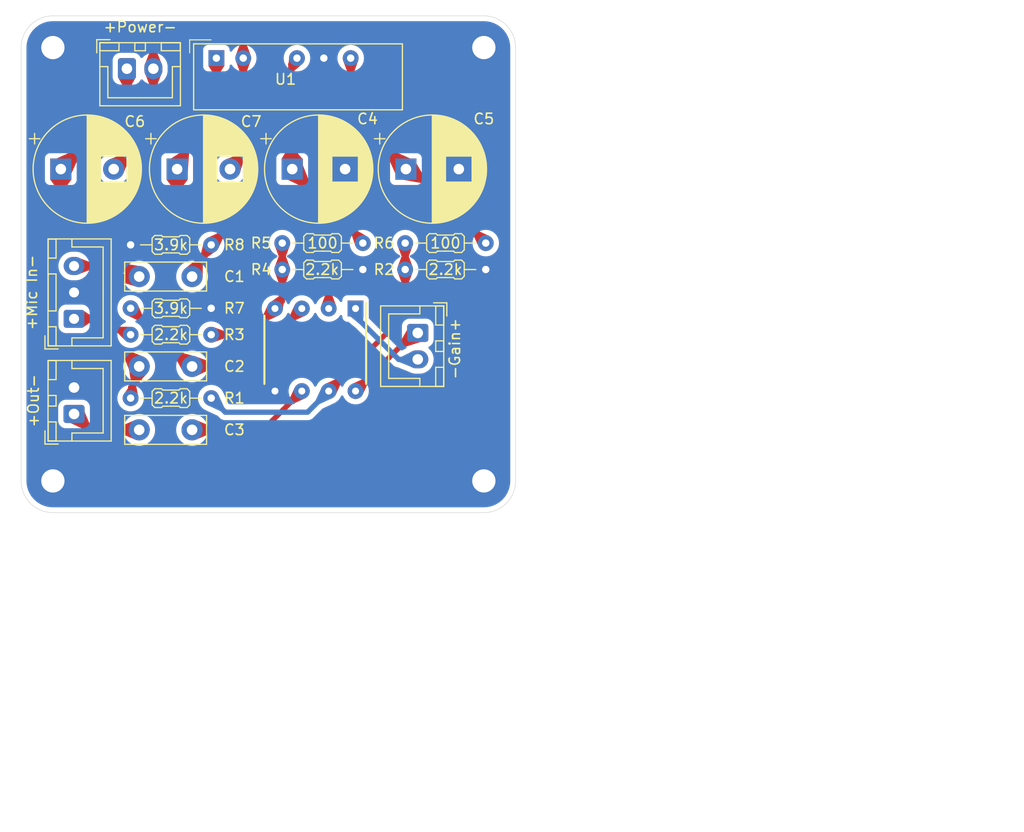
<source format=kicad_pcb>
(kicad_pcb (version 20240108) (generator "pcbnew") (generator_version "8.0")
  (layers (0 "F.Cu" signal) (31 "B.Cu" signal) (34 "B.Paste" user) (35 "F.Paste" user) (36 "B.SilkS" user "B.Silkscreen") (37 "F.SilkS" user "F.Silkscreen") (38 "B.Mask" user) (39 "F.Mask" user) (44 "Edge.Cuts" user))
  (net 0 "")
  (net 1 "Net-(IC1--IN)")
  (net 2 "/-Mic")
  (net 3 "Net-(IC1-+IN)")
  (net 4 "/+Mic")
  (net 5 "Net-(IC1-OUT)")
  (net 6 "/Out")
  (net 7 "/-VOut")
  (net 8 "/GND")
  (net 9 "/+VOut")
  (net 10 "/+5")
  (net 11 "/AGND")
  (net 12 "/-Gain")
  (net 13 "/+Gain")
  (net 14 "Net-(U1-VOUT-)")
  (net 15 "Net-(U1-VOUT+)")
  (footprint "Connector_JST:JST_XH_B3B-XH-A_1x03_P2.50mm_Vertical" (layer "F.Cu") (at 84 73.166333 90)
    (property "Reference" "J4" (hide yes))
    (property "Value" "+Mic In-" (at 2.5 -4 90) (layer "F.SilkS"))
    (pad "1" thru_hole roundrect (at 0 0 90) (size 1.7 1.95) (drill 0.95) (layers "*.Cu" "*.Mask" "In1.Cu" "In2.Cu" "In3.Cu" "In4.Cu" "In5.Cu" "In6.Cu" "In7.Cu" "In8.Cu" "In9.Cu" "In10.Cu" "In11.Cu" "In12.Cu" "In13.Cu" "In14.Cu" "In15.Cu" "In16.Cu" "In17.Cu" "In18.Cu" "In19.Cu" "In20.Cu" "In21.Cu" "In22.Cu" "In23.Cu" "In24.Cu" "In25.Cu" "In26.Cu" "In27.Cu" "In28.Cu" "In29.Cu" "In30.Cu") (roundrect_rratio 0.147059) (net 4 "/+Mic"))
    (pad "2" thru_hole oval (at 2.5 0 90) (size 1.7 1.95) (drill 0.95) (layers "*.Cu" "*.Mask" "In1.Cu" "In2.Cu" "In3.Cu" "In4.Cu" "In5.Cu" "In6.Cu" "In7.Cu" "In8.Cu" "In9.Cu" "In10.Cu" "In11.Cu" "In12.Cu" "In13.Cu" "In14.Cu" "In15.Cu" "In16.Cu" "In17.Cu" "In18.Cu" "In19.Cu" "In20.Cu" "In21.Cu" "In22.Cu" "In23.Cu" "In24.Cu" "In25.Cu" "In26.Cu" "In27.Cu" "In28.Cu" "In29.Cu" "In30.Cu") (net 8 "/GND"))
    (pad "3" thru_hole oval (at 5 0 90) (size 1.7 1.95) (drill 0.95) (layers "*.Cu" "*.Mask" "In1.Cu" "In2.Cu" "In3.Cu" "In4.Cu" "In5.Cu" "In6.Cu" "In7.Cu" "In8.Cu" "In9.Cu" "In10.Cu" "In11.Cu" "In12.Cu" "In13.Cu" "In14.Cu" "In15.Cu" "In16.Cu" "In17.Cu" "In18.Cu" "In19.Cu" "In20.Cu" "In21.Cu" "In22.Cu" "In23.Cu" "In24.Cu" "In25.Cu" "In26.Cu" "In27.Cu" "In28.Cu" "In29.Cu" "In30.Cu") (net 2 "/-Mic"))
  )
  (footprint "PCM_Resistor_THT_AKL:R_Axial_DIN0204_L3.6mm_D1.6mm_P7.62mm_Horizontal" (layer "F.Cu") (at 89.35 66.16704)
    (property "Reference" "R8" (at 9.810707 -0.000707 180) (layer "F.SilkS"))
    (property "Value" "3.9k" (at 3.810707 0 0) (layer "F.SilkS"))
    (pad "1" thru_hole circle (at 0 0) (size 1.5 1.5) (drill 0.7) (layers "*.Cu" "*.Mask" "In1.Cu" "In2.Cu" "In3.Cu" "In4.Cu" "In5.Cu" "In6.Cu" "In7.Cu" "In8.Cu" "In9.Cu" "In10.Cu" "In11.Cu" "In12.Cu" "In13.Cu" "In14.Cu" "In15.Cu" "In16.Cu" "In17.Cu" "In18.Cu" "In19.Cu" "In20.Cu" "In21.Cu" "In22.Cu" "In23.Cu" "In24.Cu" "In25.Cu" "In26.Cu" "In27.Cu" "In28.Cu" "In29.Cu" "In30.Cu") (net 8 "/GND"))
    (pad "2" thru_hole oval (at 7.62 0) (size 1.5 1.5) (drill 0.7) (layers "*.Cu" "*.Mask" "In1.Cu" "In2.Cu" "In3.Cu" "In4.Cu" "In5.Cu" "In6.Cu" "In7.Cu" "In8.Cu" "In9.Cu" "In10.Cu" "In11.Cu" "In12.Cu" "In13.Cu" "In14.Cu" "In15.Cu" "In16.Cu" "In17.Cu" "In18.Cu" "In19.Cu" "In20.Cu" "In21.Cu" "In22.Cu" "In23.Cu" "In24.Cu" "In25.Cu" "In26.Cu" "In27.Cu" "In28.Cu" "In29.Cu" "In30.Cu") (net 1 "Net-(IC1--IN)"))
  )
  (footprint "MountingHole:MountingHole_2.2mm_M2_DIN965_Pad" (layer "F.Cu") (at 122.75 88.5)
    (property "Reference" "H4" (hide yes))
    (property "Value" "MountingHole_Pad" (hide yes))
    (pad "1" thru_hole circle (at 0 0) (size 3.8 3.8) (drill 2.2) (layers "*.Cu" "*.Mask" "In1.Cu" "In2.Cu" "In3.Cu" "In4.Cu" "In5.Cu" "In6.Cu" "In7.Cu" "In8.Cu" "In9.Cu" "In10.Cu" "In11.Cu" "In12.Cu" "In13.Cu" "In14.Cu" "In15.Cu" "In16.Cu" "In17.Cu" "In18.Cu" "In19.Cu" "In20.Cu" "In21.Cu" "In22.Cu" "In23.Cu" "In24.Cu" "In25.Cu" "In26.Cu" "In27.Cu" "In28.Cu" "In29.Cu" "In30.Cu") (net 8 "/GND"))
  )
  (footprint "MountingHole:MountingHole_2.2mm_M2_DIN965_Pad" (layer "F.Cu") (at 82 47.5)
    (property "Reference" "H1" (hide yes))
    (property "Value" "MountingHole_Pad" (hide yes))
    (pad "1" thru_hole circle (at 0 0) (size 3.8 3.8) (drill 2.2) (layers "*.Cu" "*.Mask" "In1.Cu" "In2.Cu" "In3.Cu" "In4.Cu" "In5.Cu" "In6.Cu" "In7.Cu" "In8.Cu" "In9.Cu" "In10.Cu" "In11.Cu" "In12.Cu" "In13.Cu" "In14.Cu" "In15.Cu" "In16.Cu" "In17.Cu" "In18.Cu" "In19.Cu" "In20.Cu" "In21.Cu" "In22.Cu" "In23.Cu" "In24.Cu" "In25.Cu" "In26.Cu" "In27.Cu" "In28.Cu" "In29.Cu" "In30.Cu") (net 8 "/GND"))
  )
  (footprint "MountingHole:MountingHole_2.2mm_M2_DIN965_Pad" (layer "F.Cu") (at 122.75 47.5)
    (property "Reference" "H2" (hide yes))
    (property "Value" "MountingHole_Pad" (hide yes))
    (pad "1" thru_hole circle (at 0 0) (size 3.8 3.8) (drill 2.2) (layers "*.Cu" "*.Mask" "In1.Cu" "In2.Cu" "In3.Cu" "In4.Cu" "In5.Cu" "In6.Cu" "In7.Cu" "In8.Cu" "In9.Cu" "In10.Cu" "In11.Cu" "In12.Cu" "In13.Cu" "In14.Cu" "In15.Cu" "In16.Cu" "In17.Cu" "In18.Cu" "In19.Cu" "In20.Cu" "In21.Cu" "In22.Cu" "In23.Cu" "In24.Cu" "In25.Cu" "In26.Cu" "In27.Cu" "In28.Cu" "In29.Cu" "In30.Cu") (net 8 "/GND"))
  )
  (footprint "Capacitor_THT:C_Disc_D7.5mm_W2.5mm_P5.00mm" (layer "F.Cu") (at 95.161707 77.667747 180)
    (property "Reference" "C2" (at -3.999 0 180) (layer "F.SilkS"))
    (property "Value" "22uF" (hide yes))
    (pad "1" thru_hole circle (at 0 0 180) (size 2 2) (drill 1) (layers "*.Cu" "*.Mask" "In1.Cu" "In2.Cu" "In3.Cu" "In4.Cu" "In5.Cu" "In6.Cu" "In7.Cu" "In8.Cu" "In9.Cu" "In10.Cu" "In11.Cu" "In12.Cu" "In13.Cu" "In14.Cu" "In15.Cu" "In16.Cu" "In17.Cu" "In18.Cu" "In19.Cu" "In20.Cu" "In21.Cu" "In22.Cu" "In23.Cu" "In24.Cu" "In25.Cu" "In26.Cu" "In27.Cu" "In28.Cu" "In29.Cu" "In30.Cu") (net 3 "Net-(IC1-+IN)"))
    (pad "2" thru_hole circle (at 5 0 180) (size 2 2) (drill 1) (layers "*.Cu" "*.Mask" "In1.Cu" "In2.Cu" "In3.Cu" "In4.Cu" "In5.Cu" "In6.Cu" "In7.Cu" "In8.Cu" "In9.Cu" "In10.Cu" "In11.Cu" "In12.Cu" "In13.Cu" "In14.Cu" "In15.Cu" "In16.Cu" "In17.Cu" "In18.Cu" "In19.Cu" "In20.Cu" "In21.Cu" "In22.Cu" "In23.Cu" "In24.Cu" "In25.Cu" "In26.Cu" "In27.Cu" "In28.Cu" "In29.Cu" "In30.Cu") (net 4 "/+Mic"))
  )
  (footprint "PCM_Resistor_THT_AKL:R_Axial_DIN0204_L3.6mm_D1.6mm_P7.62mm_Horizontal" (layer "F.Cu") (at 96.970707 74.66704 180)
    (property "Reference" "R3" (at -2.19 0 180) (layer "F.SilkS"))
    (property "Value" "2.2k" (at 3.81 0 0) (layer "F.SilkS"))
    (pad "1" thru_hole circle (at 0 0 180) (size 1.5 1.5) (drill 0.7) (layers "*.Cu" "*.Mask" "In1.Cu" "In2.Cu" "In3.Cu" "In4.Cu" "In5.Cu" "In6.Cu" "In7.Cu" "In8.Cu" "In9.Cu" "In10.Cu" "In11.Cu" "In12.Cu" "In13.Cu" "In14.Cu" "In15.Cu" "In16.Cu" "In17.Cu" "In18.Cu" "In19.Cu" "In20.Cu" "In21.Cu" "In22.Cu" "In23.Cu" "In24.Cu" "In25.Cu" "In26.Cu" "In27.Cu" "In28.Cu" "In29.Cu" "In30.Cu") (net 7 "/-VOut"))
    (pad "2" thru_hole oval (at 7.62 0 180) (size 1.5 1.5) (drill 0.7) (layers "*.Cu" "*.Mask" "In1.Cu" "In2.Cu" "In3.Cu" "In4.Cu" "In5.Cu" "In6.Cu" "In7.Cu" "In8.Cu" "In9.Cu" "In10.Cu" "In11.Cu" "In12.Cu" "In13.Cu" "In14.Cu" "In15.Cu" "In16.Cu" "In17.Cu" "In18.Cu" "In19.Cu" "In20.Cu" "In21.Cu" "In22.Cu" "In23.Cu" "In24.Cu" "In25.Cu" "In26.Cu" "In27.Cu" "In28.Cu" "In29.Cu" "In30.Cu") (net 2 "/-Mic"))
  )
  (footprint "PCM_Resistor_THT_AKL:R_Axial_DIN0204_L3.6mm_D1.6mm_P7.62mm_Horizontal" (layer "F.Cu") (at 103.69 66)
    (property "Reference" "R5" (at -2 0 180) (layer "F.SilkS"))
    (property "Value" "100" (at 3.81 0 0) (layer "F.SilkS"))
    (pad "1" thru_hole circle (at 0 0) (size 1.5 1.5) (drill 0.7) (layers "*.Cu" "*.Mask" "In1.Cu" "In2.Cu" "In3.Cu" "In4.Cu" "In5.Cu" "In6.Cu" "In7.Cu" "In8.Cu" "In9.Cu" "In10.Cu" "In11.Cu" "In12.Cu" "In13.Cu" "In14.Cu" "In15.Cu" "In16.Cu" "In17.Cu" "In18.Cu" "In19.Cu" "In20.Cu" "In21.Cu" "In22.Cu" "In23.Cu" "In24.Cu" "In25.Cu" "In26.Cu" "In27.Cu" "In28.Cu" "In29.Cu" "In30.Cu") (net 7 "/-VOut"))
    (pad "2" thru_hole oval (at 7.62 0) (size 1.5 1.5) (drill 0.7) (layers "*.Cu" "*.Mask" "In1.Cu" "In2.Cu" "In3.Cu" "In4.Cu" "In5.Cu" "In6.Cu" "In7.Cu" "In8.Cu" "In9.Cu" "In10.Cu" "In11.Cu" "In12.Cu" "In13.Cu" "In14.Cu" "In15.Cu" "In16.Cu" "In17.Cu" "In18.Cu" "In19.Cu" "In20.Cu" "In21.Cu" "In22.Cu" "In23.Cu" "In24.Cu" "In25.Cu" "In26.Cu" "In27.Cu" "In28.Cu" "In29.Cu" "In30.Cu") (net 14 "Net-(U1-VOUT-)"))
  )
  (footprint "Capacitor_THT:C_Disc_D7.5mm_W2.5mm_P5.00mm" (layer "F.Cu") (at 90.161707 69.16704)
    (property "Reference" "C1" (at 8.999 0 180) (layer "F.SilkS"))
    (property "Value" "22uF" (hide yes))
    (pad "1" thru_hole circle (at 0 0) (size 2 2) (drill 1) (layers "*.Cu" "*.Mask" "In1.Cu" "In2.Cu" "In3.Cu" "In4.Cu" "In5.Cu" "In6.Cu" "In7.Cu" "In8.Cu" "In9.Cu" "In10.Cu" "In11.Cu" "In12.Cu" "In13.Cu" "In14.Cu" "In15.Cu" "In16.Cu" "In17.Cu" "In18.Cu" "In19.Cu" "In20.Cu" "In21.Cu" "In22.Cu" "In23.Cu" "In24.Cu" "In25.Cu" "In26.Cu" "In27.Cu" "In28.Cu" "In29.Cu" "In30.Cu") (net 2 "/-Mic"))
    (pad "2" thru_hole circle (at 5 0) (size 2 2) (drill 1) (layers "*.Cu" "*.Mask" "In1.Cu" "In2.Cu" "In3.Cu" "In4.Cu" "In5.Cu" "In6.Cu" "In7.Cu" "In8.Cu" "In9.Cu" "In10.Cu" "In11.Cu" "In12.Cu" "In13.Cu" "In14.Cu" "In15.Cu" "In16.Cu" "In17.Cu" "In18.Cu" "In19.Cu" "In20.Cu" "In21.Cu" "In22.Cu" "In23.Cu" "In24.Cu" "In25.Cu" "In26.Cu" "In27.Cu" "In28.Cu" "In29.Cu" "In30.Cu") (net 1 "Net-(IC1--IN)"))
  )
  (footprint "Capacitor_THT:C_Disc_D7.5mm_W2.5mm_P5.00mm" (layer "F.Cu") (at 90.161707 83.66704)
    (property "Reference" "C3" (at 8.999707 0 180) (layer "F.SilkS"))
    (property "Value" "22uF" (hide yes))
    (pad "1" thru_hole circle (at 0 0) (size 2 2) (drill 1) (layers "*.Cu" "*.Mask" "In1.Cu" "In2.Cu" "In3.Cu" "In4.Cu" "In5.Cu" "In6.Cu" "In7.Cu" "In8.Cu" "In9.Cu" "In10.Cu" "In11.Cu" "In12.Cu" "In13.Cu" "In14.Cu" "In15.Cu" "In16.Cu" "In17.Cu" "In18.Cu" "In19.Cu" "In20.Cu" "In21.Cu" "In22.Cu" "In23.Cu" "In24.Cu" "In25.Cu" "In26.Cu" "In27.Cu" "In28.Cu" "In29.Cu" "In30.Cu") (net 6 "/Out"))
    (pad "2" thru_hole circle (at 5 0) (size 2 2) (drill 1) (layers "*.Cu" "*.Mask" "In1.Cu" "In2.Cu" "In3.Cu" "In4.Cu" "In5.Cu" "In6.Cu" "In7.Cu" "In8.Cu" "In9.Cu" "In10.Cu" "In11.Cu" "In12.Cu" "In13.Cu" "In14.Cu" "In15.Cu" "In16.Cu" "In17.Cu" "In18.Cu" "In19.Cu" "In20.Cu" "In21.Cu" "In22.Cu" "In23.Cu" "In24.Cu" "In25.Cu" "In26.Cu" "In27.Cu" "In28.Cu" "In29.Cu" "In30.Cu") (net 5 "Net-(IC1-OUT)"))
  )
  (footprint "Capacitor_THT:CP_Radial_D10.0mm_P5.00mm" (layer "F.Cu") (at 82.75 59)
    (property "Reference" "C6" (at 7 -4.5 0) (layer "F.SilkS"))
    (property "Value" "2200uF" (hide yes))
    (pad "1" thru_hole rect (at 0 0) (size 2 2) (drill 1) (layers "*.Cu" "*.Mask" "In1.Cu" "In2.Cu" "In3.Cu" "In4.Cu" "In5.Cu" "In6.Cu" "In7.Cu" "In8.Cu" "In9.Cu" "In10.Cu" "In11.Cu" "In12.Cu" "In13.Cu" "In14.Cu" "In15.Cu" "In16.Cu" "In17.Cu" "In18.Cu" "In19.Cu" "In20.Cu" "In21.Cu" "In22.Cu" "In23.Cu" "In24.Cu" "In25.Cu" "In26.Cu" "In27.Cu" "In28.Cu" "In29.Cu" "In30.Cu") (net 10 "/+5"))
    (pad "2" thru_hole circle (at 5 0) (size 2 2) (drill 1) (layers "*.Cu" "*.Mask" "In1.Cu" "In2.Cu" "In3.Cu" "In4.Cu" "In5.Cu" "In6.Cu" "In7.Cu" "In8.Cu" "In9.Cu" "In10.Cu" "In11.Cu" "In12.Cu" "In13.Cu" "In14.Cu" "In15.Cu" "In16.Cu" "In17.Cu" "In18.Cu" "In19.Cu" "In20.Cu" "In21.Cu" "In22.Cu" "In23.Cu" "In24.Cu" "In25.Cu" "In26.Cu" "In27.Cu" "In28.Cu" "In29.Cu" "In30.Cu") (net 11 "/AGND"))
  )
  (footprint "Connector_JST:JST_XH_B2B-XH-A_1x02_P2.50mm_Vertical" (layer "F.Cu") (at 89 49.5)
    (property "Reference" "J1" (hide yes))
    (property "Value" "+Power-" (at 1.25 -3.95 0) (layer "F.SilkS"))
    (pad "1" thru_hole roundrect (at 0 0) (size 1.7 2) (drill 1) (layers "*.Cu" "*.Mask" "In1.Cu" "In2.Cu" "In3.Cu" "In4.Cu" "In5.Cu" "In6.Cu" "In7.Cu" "In8.Cu" "In9.Cu" "In10.Cu" "In11.Cu" "In12.Cu" "In13.Cu" "In14.Cu" "In15.Cu" "In16.Cu" "In17.Cu" "In18.Cu" "In19.Cu" "In20.Cu" "In21.Cu" "In22.Cu" "In23.Cu" "In24.Cu" "In25.Cu" "In26.Cu" "In27.Cu" "In28.Cu" "In29.Cu" "In30.Cu") (roundrect_rratio 0.147059) (net 10 "/+5"))
    (pad "2" thru_hole oval (at 2.5 0) (size 1.7 2) (drill 1) (layers "*.Cu" "*.Mask" "In1.Cu" "In2.Cu" "In3.Cu" "In4.Cu" "In5.Cu" "In6.Cu" "In7.Cu" "In8.Cu" "In9.Cu" "In10.Cu" "In11.Cu" "In12.Cu" "In13.Cu" "In14.Cu" "In15.Cu" "In16.Cu" "In17.Cu" "In18.Cu" "In19.Cu" "In20.Cu" "In21.Cu" "In22.Cu" "In23.Cu" "In24.Cu" "In25.Cu" "In26.Cu" "In27.Cu" "In28.Cu" "In29.Cu" "In30.Cu") (net 11 "/AGND"))
  )
  (footprint "PCM_Resistor_THT_AKL:R_Axial_DIN0204_L3.6mm_D1.6mm_P7.62mm_Horizontal" (layer "F.Cu") (at 89.351414 80.66804)
    (property "Reference" "R1" (at 9.81 -0.001 180) (layer "F.SilkS"))
    (property "Value" "2.2k" (at 3.81 -0.001 0) (layer "F.SilkS"))
    (pad "1" thru_hole circle (at 0 0) (size 1.5 1.5) (drill 0.7) (layers "*.Cu" "*.Mask" "In1.Cu" "In2.Cu" "In3.Cu" "In4.Cu" "In5.Cu" "In6.Cu" "In7.Cu" "In8.Cu" "In9.Cu" "In10.Cu" "In11.Cu" "In12.Cu" "In13.Cu" "In14.Cu" "In15.Cu" "In16.Cu" "In17.Cu" "In18.Cu" "In19.Cu" "In20.Cu" "In21.Cu" "In22.Cu" "In23.Cu" "In24.Cu" "In25.Cu" "In26.Cu" "In27.Cu" "In28.Cu" "In29.Cu" "In30.Cu") (net 4 "/+Mic"))
    (pad "2" thru_hole oval (at 7.62 0) (size 1.5 1.5) (drill 0.7) (layers "*.Cu" "*.Mask" "In1.Cu" "In2.Cu" "In3.Cu" "In4.Cu" "In5.Cu" "In6.Cu" "In7.Cu" "In8.Cu" "In9.Cu" "In10.Cu" "In11.Cu" "In12.Cu" "In13.Cu" "In14.Cu" "In15.Cu" "In16.Cu" "In17.Cu" "In18.Cu" "In19.Cu" "In20.Cu" "In21.Cu" "In22.Cu" "In23.Cu" "In24.Cu" "In25.Cu" "In26.Cu" "In27.Cu" "In28.Cu" "In29.Cu" "In30.Cu") (net 9 "/+VOut"))
  )
  (footprint "Footprints:DIP781W46P254L952H432Q8N" (layer "F.Cu") (at 106.81 76.095 -90)
    (property "Reference" "IC1" (hide yes))
    (property "Value" "1512P08-U" (hide yes))
    (pad "1" thru_hole rect (at -3.905 -3.81 270) (size 1.5 1.5) (drill 0.66) (layers "*.Cu" "*.Mask" "In1.Cu" "In2.Cu" "In3.Cu" "In4.Cu" "In5.Cu" "In6.Cu" "In7.Cu" "In8.Cu" "In9.Cu" "In10.Cu" "In11.Cu" "In12.Cu" "In13.Cu" "In14.Cu" "In15.Cu" "In16.Cu" "In17.Cu" "In18.Cu" "In19.Cu" "In20.Cu" "In21.Cu" "In22.Cu" "In23.Cu" "In24.Cu" "In25.Cu" "In26.Cu" "In27.Cu" "In28.Cu" "In29.Cu" "In30.Cu") (net 12 "/-Gain"))
    (pad "2" thru_hole circle (at -3.905 -1.27 270) (size 1.5 1.5) (drill 0.66) (layers "*.Cu" "*.Mask" "In1.Cu" "In2.Cu" "In3.Cu" "In4.Cu" "In5.Cu" "In6.Cu" "In7.Cu" "In8.Cu" "In9.Cu" "In10.Cu" "In11.Cu" "In12.Cu" "In13.Cu" "In14.Cu" "In15.Cu" "In16.Cu" "In17.Cu" "In18.Cu" "In19.Cu" "In20.Cu" "In21.Cu" "In22.Cu" "In23.Cu" "In24.Cu" "In25.Cu" "In26.Cu" "In27.Cu" "In28.Cu" "In29.Cu" "In30.Cu") (net 1 "Net-(IC1--IN)"))
    (pad "3" thru_hole circle (at -3.905 1.27 270) (size 1.5 1.5) (drill 0.66) (layers "*.Cu" "*.Mask" "In1.Cu" "In2.Cu" "In3.Cu" "In4.Cu" "In5.Cu" "In6.Cu" "In7.Cu" "In8.Cu" "In9.Cu" "In10.Cu" "In11.Cu" "In12.Cu" "In13.Cu" "In14.Cu" "In15.Cu" "In16.Cu" "In17.Cu" "In18.Cu" "In19.Cu" "In20.Cu" "In21.Cu" "In22.Cu" "In23.Cu" "In24.Cu" "In25.Cu" "In26.Cu" "In27.Cu" "In28.Cu" "In29.Cu" "In30.Cu") (net 3 "Net-(IC1-+IN)"))
    (pad "4" thru_hole circle (at -3.905 3.81 270) (size 1.5 1.5) (drill 0.66) (layers "*.Cu" "*.Mask" "In1.Cu" "In2.Cu" "In3.Cu" "In4.Cu" "In5.Cu" "In6.Cu" "In7.Cu" "In8.Cu" "In9.Cu" "In10.Cu" "In11.Cu" "In12.Cu" "In13.Cu" "In14.Cu" "In15.Cu" "In16.Cu" "In17.Cu" "In18.Cu" "In19.Cu" "In20.Cu" "In21.Cu" "In22.Cu" "In23.Cu" "In24.Cu" "In25.Cu" "In26.Cu" "In27.Cu" "In28.Cu" "In29.Cu" "In30.Cu") (net 7 "/-VOut"))
    (pad "5" thru_hole circle (at 3.905 3.81 270) (size 1.5 1.5) (drill 0.66) (layers "*.Cu" "*.Mask" "In1.Cu" "In2.Cu" "In3.Cu" "In4.Cu" "In5.Cu" "In6.Cu" "In7.Cu" "In8.Cu" "In9.Cu" "In10.Cu" "In11.Cu" "In12.Cu" "In13.Cu" "In14.Cu" "In15.Cu" "In16.Cu" "In17.Cu" "In18.Cu" "In19.Cu" "In20.Cu" "In21.Cu" "In22.Cu" "In23.Cu" "In24.Cu" "In25.Cu" "In26.Cu" "In27.Cu" "In28.Cu" "In29.Cu" "In30.Cu") (net 8 "/GND"))
    (pad "6" thru_hole circle (at 3.905 1.27 270) (size 1.5 1.5) (drill 0.66) (layers "*.Cu" "*.Mask" "In1.Cu" "In2.Cu" "In3.Cu" "In4.Cu" "In5.Cu" "In6.Cu" "In7.Cu" "In8.Cu" "In9.Cu" "In10.Cu" "In11.Cu" "In12.Cu" "In13.Cu" "In14.Cu" "In15.Cu" "In16.Cu" "In17.Cu" "In18.Cu" "In19.Cu" "In20.Cu" "In21.Cu" "In22.Cu" "In23.Cu" "In24.Cu" "In25.Cu" "In26.Cu" "In27.Cu" "In28.Cu" "In29.Cu" "In30.Cu") (net 5 "Net-(IC1-OUT)"))
    (pad "7" thru_hole circle (at 3.905 -1.27 270) (size 1.5 1.5) (drill 0.66) (layers "*.Cu" "*.Mask" "In1.Cu" "In2.Cu" "In3.Cu" "In4.Cu" "In5.Cu" "In6.Cu" "In7.Cu" "In8.Cu" "In9.Cu" "In10.Cu" "In11.Cu" "In12.Cu" "In13.Cu" "In14.Cu" "In15.Cu" "In16.Cu" "In17.Cu" "In18.Cu" "In19.Cu" "In20.Cu" "In21.Cu" "In22.Cu" "In23.Cu" "In24.Cu" "In25.Cu" "In26.Cu" "In27.Cu" "In28.Cu" "In29.Cu" "In30.Cu") (net 9 "/+VOut"))
    (pad "8" thru_hole circle (at 3.905 -3.81 270) (size 1.5 1.5) (drill 0.66) (layers "*.Cu" "*.Mask" "In1.Cu" "In2.Cu" "In3.Cu" "In4.Cu" "In5.Cu" "In6.Cu" "In7.Cu" "In8.Cu" "In9.Cu" "In10.Cu" "In11.Cu" "In12.Cu" "In13.Cu" "In14.Cu" "In15.Cu" "In16.Cu" "In17.Cu" "In18.Cu" "In19.Cu" "In20.Cu" "In21.Cu" "In22.Cu" "In23.Cu" "In24.Cu" "In25.Cu" "In26.Cu" "In27.Cu" "In28.Cu" "In29.Cu" "In30.Cu") (net 13 "/+Gain"))
  )
  (footprint "Capacitor_THT:CP_Radial_D10.0mm_P5.00mm" (layer "F.Cu") (at 115.382323 59)
    (property "Reference" "C5" (at 7.367677 -4.75 180) (layer "F.SilkS"))
    (property "Value" "2200uF" (hide yes))
    (pad "1" thru_hole rect (at 0 0) (size 2 2) (drill 1) (layers "*.Cu" "*.Mask" "In1.Cu" "In2.Cu" "In3.Cu" "In4.Cu" "In5.Cu" "In6.Cu" "In7.Cu" "In8.Cu" "In9.Cu" "In10.Cu" "In11.Cu" "In12.Cu" "In13.Cu" "In14.Cu" "In15.Cu" "In16.Cu" "In17.Cu" "In18.Cu" "In19.Cu" "In20.Cu" "In21.Cu" "In22.Cu" "In23.Cu" "In24.Cu" "In25.Cu" "In26.Cu" "In27.Cu" "In28.Cu" "In29.Cu" "In30.Cu") (net 15 "Net-(U1-VOUT+)"))
    (pad "2" thru_hole circle (at 5 0) (size 2 2) (drill 1) (layers "*.Cu" "*.Mask" "In1.Cu" "In2.Cu" "In3.Cu" "In4.Cu" "In5.Cu" "In6.Cu" "In7.Cu" "In8.Cu" "In9.Cu" "In10.Cu" "In11.Cu" "In12.Cu" "In13.Cu" "In14.Cu" "In15.Cu" "In16.Cu" "In17.Cu" "In18.Cu" "In19.Cu" "In20.Cu" "In21.Cu" "In22.Cu" "In23.Cu" "In24.Cu" "In25.Cu" "In26.Cu" "In27.Cu" "In28.Cu" "In29.Cu" "In30.Cu") (net 8 "/GND"))
  )
  (footprint "PCM_Resistor_THT_AKL:R_Axial_DIN0204_L3.6mm_D1.6mm_P7.62mm_Horizontal" (layer "F.Cu") (at 122.93 68.5 180)
    (property "Reference" "R2" (at 9.62 0 180) (layer "F.SilkS"))
    (property "Value" "2.2k" (at 3.81 0 0) (layer "F.SilkS"))
    (pad "1" thru_hole circle (at 0 0 180) (size 1.5 1.5) (drill 0.7) (layers "*.Cu" "*.Mask" "In1.Cu" "In2.Cu" "In3.Cu" "In4.Cu" "In5.Cu" "In6.Cu" "In7.Cu" "In8.Cu" "In9.Cu" "In10.Cu" "In11.Cu" "In12.Cu" "In13.Cu" "In14.Cu" "In15.Cu" "In16.Cu" "In17.Cu" "In18.Cu" "In19.Cu" "In20.Cu" "In21.Cu" "In22.Cu" "In23.Cu" "In24.Cu" "In25.Cu" "In26.Cu" "In27.Cu" "In28.Cu" "In29.Cu" "In30.Cu") (net 8 "/GND"))
    (pad "2" thru_hole oval (at 7.62 0 180) (size 1.5 1.5) (drill 0.7) (layers "*.Cu" "*.Mask" "In1.Cu" "In2.Cu" "In3.Cu" "In4.Cu" "In5.Cu" "In6.Cu" "In7.Cu" "In8.Cu" "In9.Cu" "In10.Cu" "In11.Cu" "In12.Cu" "In13.Cu" "In14.Cu" "In15.Cu" "In16.Cu" "In17.Cu" "In18.Cu" "In19.Cu" "In20.Cu" "In21.Cu" "In22.Cu" "In23.Cu" "In24.Cu" "In25.Cu" "In26.Cu" "In27.Cu" "In28.Cu" "In29.Cu" "In30.Cu") (net 9 "/+VOut"))
  )
  (footprint "PCM_Resistor_THT_AKL:R_Axial_DIN0204_L3.6mm_D1.6mm_P7.62mm_Horizontal" (layer "F.Cu") (at 115.31 66)
    (property "Reference" "R6" (at -2 0 180) (layer "F.SilkS"))
    (property "Value" "100" (at 3.81 0 0) (layer "F.SilkS"))
    (pad "1" thru_hole circle (at 0 0) (size 1.5 1.5) (drill 0.7) (layers "*.Cu" "*.Mask" "In1.Cu" "In2.Cu" "In3.Cu" "In4.Cu" "In5.Cu" "In6.Cu" "In7.Cu" "In8.Cu" "In9.Cu" "In10.Cu" "In11.Cu" "In12.Cu" "In13.Cu" "In14.Cu" "In15.Cu" "In16.Cu" "In17.Cu" "In18.Cu" "In19.Cu" "In20.Cu" "In21.Cu" "In22.Cu" "In23.Cu" "In24.Cu" "In25.Cu" "In26.Cu" "In27.Cu" "In28.Cu" "In29.Cu" "In30.Cu") (net 9 "/+VOut"))
    (pad "2" thru_hole oval (at 7.62 0) (size 1.5 1.5) (drill 0.7) (layers "*.Cu" "*.Mask" "In1.Cu" "In2.Cu" "In3.Cu" "In4.Cu" "In5.Cu" "In6.Cu" "In7.Cu" "In8.Cu" "In9.Cu" "In10.Cu" "In11.Cu" "In12.Cu" "In13.Cu" "In14.Cu" "In15.Cu" "In16.Cu" "In17.Cu" "In18.Cu" "In19.Cu" "In20.Cu" "In21.Cu" "In22.Cu" "In23.Cu" "In24.Cu" "In25.Cu" "In26.Cu" "In27.Cu" "In28.Cu" "In29.Cu" "In30.Cu") (net 15 "Net-(U1-VOUT+)"))
  )
  (footprint "Converter_DCDC:Converter_DCDC_Murata_NMAxxxxSC_THT" (layer "F.Cu") (at 97.46 48.5 90)
    (property "Reference" "U1" (at -2 6.54 180) (layer "F.SilkS"))
    (property "Value" "NMA0515SC" (hide yes))
    (pad "1" thru_hole rect (at 0 0 90) (size 1.5 1.5) (drill 0.7) (layers "*.Cu" "*.Mask" "In1.Cu" "In2.Cu" "In3.Cu" "In4.Cu" "In5.Cu" "In6.Cu" "In7.Cu" "In8.Cu" "In9.Cu" "In10.Cu" "In11.Cu" "In12.Cu" "In13.Cu" "In14.Cu" "In15.Cu" "In16.Cu" "In17.Cu" "In18.Cu" "In19.Cu" "In20.Cu" "In21.Cu" "In22.Cu" "In23.Cu" "In24.Cu" "In25.Cu" "In26.Cu" "In27.Cu" "In28.Cu" "In29.Cu" "In30.Cu") (net 10 "/+5"))
    (pad "2" thru_hole oval (at 0 2.54 90) (size 1.5 1.5) (drill 0.7) (layers "*.Cu" "*.Mask" "In1.Cu" "In2.Cu" "In3.Cu" "In4.Cu" "In5.Cu" "In6.Cu" "In7.Cu" "In8.Cu" "In9.Cu" "In10.Cu" "In11.Cu" "In12.Cu" "In13.Cu" "In14.Cu" "In15.Cu" "In16.Cu" "In17.Cu" "In18.Cu" "In19.Cu" "In20.Cu" "In21.Cu" "In22.Cu" "In23.Cu" "In24.Cu" "In25.Cu" "In26.Cu" "In27.Cu" "In28.Cu" "In29.Cu" "In30.Cu") (net 11 "/AGND"))
    (pad "4" thru_hole oval (at 0 7.62 90) (size 1.5 1.5) (drill 0.7) (layers "*.Cu" "*.Mask" "In1.Cu" "In2.Cu" "In3.Cu" "In4.Cu" "In5.Cu" "In6.Cu" "In7.Cu" "In8.Cu" "In9.Cu" "In10.Cu" "In11.Cu" "In12.Cu" "In13.Cu" "In14.Cu" "In15.Cu" "In16.Cu" "In17.Cu" "In18.Cu" "In19.Cu" "In20.Cu" "In21.Cu" "In22.Cu" "In23.Cu" "In24.Cu" "In25.Cu" "In26.Cu" "In27.Cu" "In28.Cu" "In29.Cu" "In30.Cu") (net 14 "Net-(U1-VOUT-)"))
    (pad "5" thru_hole oval (at 0 10.16 90) (size 1.5 1.5) (drill 0.7) (layers "*.Cu" "*.Mask" "In1.Cu" "In2.Cu" "In3.Cu" "In4.Cu" "In5.Cu" "In6.Cu" "In7.Cu" "In8.Cu" "In9.Cu" "In10.Cu" "In11.Cu" "In12.Cu" "In13.Cu" "In14.Cu" "In15.Cu" "In16.Cu" "In17.Cu" "In18.Cu" "In19.Cu" "In20.Cu" "In21.Cu" "In22.Cu" "In23.Cu" "In24.Cu" "In25.Cu" "In26.Cu" "In27.Cu" "In28.Cu" "In29.Cu" "In30.Cu") (net 8 "/GND"))
    (pad "6" thru_hole oval (at 0 12.7 90) (size 1.5 1.5) (drill 0.7) (layers "*.Cu" "*.Mask" "In1.Cu" "In2.Cu" "In3.Cu" "In4.Cu" "In5.Cu" "In6.Cu" "In7.Cu" "In8.Cu" "In9.Cu" "In10.Cu" "In11.Cu" "In12.Cu" "In13.Cu" "In14.Cu" "In15.Cu" "In16.Cu" "In17.Cu" "In18.Cu" "In19.Cu" "In20.Cu" "In21.Cu" "In22.Cu" "In23.Cu" "In24.Cu" "In25.Cu" "In26.Cu" "In27.Cu" "In28.Cu" "In29.Cu" "In30.Cu") (net 15 "Net-(U1-VOUT+)"))
  )
  (footprint "Capacitor_THT:CP_Radial_D10.0mm_P5.00mm" (layer "F.Cu") (at 104.632323 59)
    (property "Reference" "C4" (at 7.117677 -4.75 180) (layer "F.SilkS"))
    (property "Value" "2200uF" (hide yes))
    (pad "1" thru_hole rect (at 0 0) (size 2 2) (drill 1) (layers "*.Cu" "*.Mask" "In1.Cu" "In2.Cu" "In3.Cu" "In4.Cu" "In5.Cu" "In6.Cu" "In7.Cu" "In8.Cu" "In9.Cu" "In10.Cu" "In11.Cu" "In12.Cu" "In13.Cu" "In14.Cu" "In15.Cu" "In16.Cu" "In17.Cu" "In18.Cu" "In19.Cu" "In20.Cu" "In21.Cu" "In22.Cu" "In23.Cu" "In24.Cu" "In25.Cu" "In26.Cu" "In27.Cu" "In28.Cu" "In29.Cu" "In30.Cu") (net 14 "Net-(U1-VOUT-)"))
    (pad "2" thru_hole circle (at 5 0) (size 2 2) (drill 1) (layers "*.Cu" "*.Mask" "In1.Cu" "In2.Cu" "In3.Cu" "In4.Cu" "In5.Cu" "In6.Cu" "In7.Cu" "In8.Cu" "In9.Cu" "In10.Cu" "In11.Cu" "In12.Cu" "In13.Cu" "In14.Cu" "In15.Cu" "In16.Cu" "In17.Cu" "In18.Cu" "In19.Cu" "In20.Cu" "In21.Cu" "In22.Cu" "In23.Cu" "In24.Cu" "In25.Cu" "In26.Cu" "In27.Cu" "In28.Cu" "In29.Cu" "In30.Cu") (net 8 "/GND"))
  )
  (footprint "Connector_JST:JST_XH_B2B-XH-A_1x02_P2.50mm_Vertical" (layer "F.Cu") (at 84.000707 82.16704 90)
    (property "Reference" "J2" (hide yes))
    (property "Value" "+Out-" (at 1.25 -3.84 90) (layer "F.SilkS"))
    (pad "1" thru_hole roundrect (at 0 0 90) (size 1.7 2) (drill 1) (layers "*.Cu" "*.Mask" "In1.Cu" "In2.Cu" "In3.Cu" "In4.Cu" "In5.Cu" "In6.Cu" "In7.Cu" "In8.Cu" "In9.Cu" "In10.Cu" "In11.Cu" "In12.Cu" "In13.Cu" "In14.Cu" "In15.Cu" "In16.Cu" "In17.Cu" "In18.Cu" "In19.Cu" "In20.Cu" "In21.Cu" "In22.Cu" "In23.Cu" "In24.Cu" "In25.Cu" "In26.Cu" "In27.Cu" "In28.Cu" "In29.Cu" "In30.Cu") (roundrect_rratio 0.147059) (net 6 "/Out"))
    (pad "2" thru_hole oval (at 2.5 0 90) (size 1.7 2) (drill 1) (layers "*.Cu" "*.Mask" "In1.Cu" "In2.Cu" "In3.Cu" "In4.Cu" "In5.Cu" "In6.Cu" "In7.Cu" "In8.Cu" "In9.Cu" "In10.Cu" "In11.Cu" "In12.Cu" "In13.Cu" "In14.Cu" "In15.Cu" "In16.Cu" "In17.Cu" "In18.Cu" "In19.Cu" "In20.Cu" "In21.Cu" "In22.Cu" "In23.Cu" "In24.Cu" "In25.Cu" "In26.Cu" "In27.Cu" "In28.Cu" "In29.Cu" "In30.Cu") (net 8 "/GND"))
  )
  (footprint "Capacitor_THT:CP_Radial_D10.0mm_P5.00mm" (layer "F.Cu") (at 93.75 59)
    (property "Reference" "C7" (at 7 -4.5 0) (layer "F.SilkS"))
    (property "Value" "2200uF" (hide yes))
    (pad "1" thru_hole rect (at 0 0) (size 2 2) (drill 1) (layers "*.Cu" "*.Mask" "In1.Cu" "In2.Cu" "In3.Cu" "In4.Cu" "In5.Cu" "In6.Cu" "In7.Cu" "In8.Cu" "In9.Cu" "In10.Cu" "In11.Cu" "In12.Cu" "In13.Cu" "In14.Cu" "In15.Cu" "In16.Cu" "In17.Cu" "In18.Cu" "In19.Cu" "In20.Cu" "In21.Cu" "In22.Cu" "In23.Cu" "In24.Cu" "In25.Cu" "In26.Cu" "In27.Cu" "In28.Cu" "In29.Cu" "In30.Cu") (net 10 "/+5"))
    (pad "2" thru_hole circle (at 5 0) (size 2 2) (drill 1) (layers "*.Cu" "*.Mask" "In1.Cu" "In2.Cu" "In3.Cu" "In4.Cu" "In5.Cu" "In6.Cu" "In7.Cu" "In8.Cu" "In9.Cu" "In10.Cu" "In11.Cu" "In12.Cu" "In13.Cu" "In14.Cu" "In15.Cu" "In16.Cu" "In17.Cu" "In18.Cu" "In19.Cu" "In20.Cu" "In21.Cu" "In22.Cu" "In23.Cu" "In24.Cu" "In25.Cu" "In26.Cu" "In27.Cu" "In28.Cu" "In29.Cu" "In30.Cu") (net 11 "/AGND"))
  )
  (footprint "PCM_Resistor_THT_AKL:R_Axial_DIN0204_L3.6mm_D1.6mm_P7.62mm_Horizontal" (layer "F.Cu") (at 96.970707 72.16704 180)
    (property "Reference" "R7" (at -2.19 0 0) (layer "F.SilkS"))
    (property "Value" "3.9k" (at 3.81 0 180) (layer "F.SilkS"))
    (pad "1" thru_hole circle (at 0 0 180) (size 1.5 1.5) (drill 0.7) (layers "*.Cu" "*.Mask" "In1.Cu" "In2.Cu" "In3.Cu" "In4.Cu" "In5.Cu" "In6.Cu" "In7.Cu" "In8.Cu" "In9.Cu" "In10.Cu" "In11.Cu" "In12.Cu" "In13.Cu" "In14.Cu" "In15.Cu" "In16.Cu" "In17.Cu" "In18.Cu" "In19.Cu" "In20.Cu" "In21.Cu" "In22.Cu" "In23.Cu" "In24.Cu" "In25.Cu" "In26.Cu" "In27.Cu" "In28.Cu" "In29.Cu" "In30.Cu") (net 8 "/GND"))
    (pad "2" thru_hole oval (at 7.62 0 180) (size 1.5 1.5) (drill 0.7) (layers "*.Cu" "*.Mask" "In1.Cu" "In2.Cu" "In3.Cu" "In4.Cu" "In5.Cu" "In6.Cu" "In7.Cu" "In8.Cu" "In9.Cu" "In10.Cu" "In11.Cu" "In12.Cu" "In13.Cu" "In14.Cu" "In15.Cu" "In16.Cu" "In17.Cu" "In18.Cu" "In19.Cu" "In20.Cu" "In21.Cu" "In22.Cu" "In23.Cu" "In24.Cu" "In25.Cu" "In26.Cu" "In27.Cu" "In28.Cu" "In29.Cu" "In30.Cu") (net 3 "Net-(IC1-+IN)"))
  )
  (footprint "Connector_JST:JST_XH_B2B-XH-A_1x02_P2.50mm_Vertical" (layer "F.Cu") (at 116.5 74.5 -90)
    (property "Reference" "J3" (hide yes))
    (property "Value" "-Gain+" (at 1.5 -3.5 -90) (layer "F.SilkS"))
    (pad "1" thru_hole roundrect (at 0 0 270) (size 1.7 2) (drill 1) (layers "*.Cu" "*.Mask" "In1.Cu" "In2.Cu" "In3.Cu" "In4.Cu" "In5.Cu" "In6.Cu" "In7.Cu" "In8.Cu" "In9.Cu" "In10.Cu" "In11.Cu" "In12.Cu" "In13.Cu" "In14.Cu" "In15.Cu" "In16.Cu" "In17.Cu" "In18.Cu" "In19.Cu" "In20.Cu" "In21.Cu" "In22.Cu" "In23.Cu" "In24.Cu" "In25.Cu" "In26.Cu" "In27.Cu" "In28.Cu" "In29.Cu" "In30.Cu") (roundrect_rratio 0.147059) (net 13 "/+Gain"))
    (pad "2" thru_hole oval (at 2.5 0 270) (size 1.7 2) (drill 1) (layers "*.Cu" "*.Mask" "In1.Cu" "In2.Cu" "In3.Cu" "In4.Cu" "In5.Cu" "In6.Cu" "In7.Cu" "In8.Cu" "In9.Cu" "In10.Cu" "In11.Cu" "In12.Cu" "In13.Cu" "In14.Cu" "In15.Cu" "In16.Cu" "In17.Cu" "In18.Cu" "In19.Cu" "In20.Cu" "In21.Cu" "In22.Cu" "In23.Cu" "In24.Cu" "In25.Cu" "In26.Cu" "In27.Cu" "In28.Cu" "In29.Cu" "In30.Cu") (net 12 "/-Gain"))
  )
  (footprint "PCM_Resistor_THT_AKL:R_Axial_DIN0204_L3.6mm_D1.6mm_P7.62mm_Horizontal" (layer "F.Cu") (at 111.31 68.5 180)
    (property "Reference" "R4" (at 9.62 0 180) (layer "F.SilkS"))
    (property "Value" "2.2k" (at 3.850217 0 0) (layer "F.SilkS"))
    (pad "1" thru_hole circle (at 0 0 180) (size 1.5 1.5) (drill 0.7) (layers "*.Cu" "*.Mask" "In1.Cu" "In2.Cu" "In3.Cu" "In4.Cu" "In5.Cu" "In6.Cu" "In7.Cu" "In8.Cu" "In9.Cu" "In10.Cu" "In11.Cu" "In12.Cu" "In13.Cu" "In14.Cu" "In15.Cu" "In16.Cu" "In17.Cu" "In18.Cu" "In19.Cu" "In20.Cu" "In21.Cu" "In22.Cu" "In23.Cu" "In24.Cu" "In25.Cu" "In26.Cu" "In27.Cu" "In28.Cu" "In29.Cu" "In30.Cu") (net 8 "/GND"))
    (pad "2" thru_hole oval (at 7.62 0 180) (size 1.5 1.5) (drill 0.7) (layers "*.Cu" "*.Mask" "In1.Cu" "In2.Cu" "In3.Cu" "In4.Cu" "In5.Cu" "In6.Cu" "In7.Cu" "In8.Cu" "In9.Cu" "In10.Cu" "In11.Cu" "In12.Cu" "In13.Cu" "In14.Cu" "In15.Cu" "In16.Cu" "In17.Cu" "In18.Cu" "In19.Cu" "In20.Cu" "In21.Cu" "In22.Cu" "In23.Cu" "In24.Cu" "In25.Cu" "In26.Cu" "In27.Cu" "In28.Cu" "In29.Cu" "In30.Cu") (net 7 "/-VOut"))
  )
  (footprint "MountingHole:MountingHole_2.2mm_M2_DIN965_Pad" (layer "F.Cu") (at 82 88.5)
    (property "Reference" "H3" (hide yes))
    (property "Value" "MountingHole_Pad" (hide yes))
    (pad "1" thru_hole circle (at 0 0) (size 3.8 3.8) (drill 2.2) (layers "*.Cu" "*.Mask" "In1.Cu" "In2.Cu" "In3.Cu" "In4.Cu" "In5.Cu" "In6.Cu" "In7.Cu" "In8.Cu" "In9.Cu" "In10.Cu" "In11.Cu" "In12.Cu" "In13.Cu" "In14.Cu" "In15.Cu" "In16.Cu" "In17.Cu" "In18.Cu" "In19.Cu" "In20.Cu" "In21.Cu" "In22.Cu" "In23.Cu" "In24.Cu" "In25.Cu" "In26.Cu" "In27.Cu" "In28.Cu" "In29.Cu" "In30.Cu") (net 8 "/GND"))
  )
  (gr_line (start 79 88.5) (end 79 47.5) (stroke (width 0.05)) (layer "Edge.Cuts"))
  (gr_arc (start 122.75 44.5) (mid 124.87132 45.37868) (end 125.75 47.5) (stroke (width 0.05)) (layer "Edge.Cuts"))
  (gr_arc (start 82 91.5) (mid 79.87868 90.62132) (end 79 88.5) (stroke (width 0.05)) (layer "Edge.Cuts"))
  (gr_arc (start 125.75 88.5) (mid 124.87132 90.62132) (end 122.75 91.5) (stroke (width 0.05)) (layer "Edge.Cuts"))
  (gr_line (start 125.75 47.5) (end 125.75 88.5) (stroke (width 0.05)) (layer "Edge.Cuts"))
  (gr_line (start 82 44.5) (end 122.75 44.5) (stroke (width 0.05)) (layer "Edge.Cuts"))
  (gr_line (start 122.75 91.5) (end 82 91.5) (stroke (width 0.05)) (layer "Edge.Cuts"))
  (gr_arc (start 79 47.5) (mid 79.87868 45.37868) (end 82 44.5) (stroke (width 0.05)) (layer "Edge.Cuts"))
  (segment (start 108.08 72.19) (end 108.08 66.58) (width 0.5) (layer "F.Cu") (net 1))
  (segment (start 96.970707 66.529293) (end 95.161707 68.338293) (width 0.5) (layer "F.Cu") (net 1))
  (segment (start 96.970707 66.16704) (end 96.970707 66.529293) (width 0.5) (layer "F.Cu") (net 1))
  (segment (start 98.63704 64.5) (end 96.97 66.16704) (width 0.5) (layer "F.Cu") (net 1))
  (segment (start 106 64.5) (end 98.63704 64.5) (width 0.5) (layer "F.Cu") (net 1))
  (segment (start 95.161707 69.16704) (end 95.000707 69.16704) (width 0.5) (layer "F.Cu") (net 1))
  (segment (start 95.161707 68.338293) (end 95.161707 69.16704) (width 0.5) (layer "F.Cu") (net 1))
  (segment (start 108.08 66.58) (end 106 64.5) (width 0.5) (layer "F.Cu") (net 1))
  (segment (start 88.660707 69.16704) (end 90.000707 69.16704) (width 0.5) (layer "F.Cu") (net 2))
  (segment (start 89.540707 74.66704) (end 88.660707 74.66704) (width 0.5) (layer "F.Cu") (net 2))
  (segment (start 89 68.166333) (end 90.000707 69.16704) (width 0.5) (layer "F.Cu") (net 2))
  (segment (start 88.660707 74.66704) (end 87.660707 73.66704) (width 0.5) (layer "F.Cu") (net 2))
  (segment (start 87.660707 73.66704) (end 87.660707 70.16704) (width 0.5) (layer "F.Cu") (net 2))
  (segment (start 84 68.166333) (end 89 68.166333) (width 0.5) (layer "F.Cu") (net 2))
  (segment (start 87.660707 70.16704) (end 88.660707 69.16704) (width 0.5) (layer "F.Cu") (net 2))
  (segment (start 89.350707 72.16704) (end 94.851414 77.667747) (width 0.5) (layer "F.Cu") (net 3))
  (segment (start 95.261097 77.568357) (end 95.161707 77.667747) (width 0.5) (layer "F.Cu") (net 3))
  (segment (start 105.54 72.19) (end 100.161643 77.568357) (width 0.5) (layer "F.Cu") (net 3))
  (segment (start 100.161643 77.568357) (end 95.261097 77.568357) (width 0.5) (layer "F.Cu") (net 3))
  (segment (start 90.161707 77.667747) (end 90.161707 78.838293) (width 0.5) (layer "F.Cu") (net 4))
  (segment (start 90.161707 77.667747) (end 85.660293 73.166333) (width 0.5) (layer "F.Cu") (net 4))
  (segment (start 90.161707 78.838293) (end 89.351414 79.648586) (width 0.5) (layer "F.Cu") (net 4))
  (segment (start 85.660293 73.166333) (end 84 73.166333) (width 0.5) (layer "F.Cu") (net 4))
  (segment (start 89.351414 79.648586) (end 89.351414 80.66804) (width 0.5) (layer "F.Cu") (net 4))
  (segment (start 101.87296 83.66704) (end 95.161707 83.66704) (width 0.5) (layer "F.Cu") (net 5))
  (segment (start 105.54 80) (end 101.87296 83.66704) (width 0.5) (layer "F.Cu") (net 5))
  (segment (start 85.500707 83.66704) (end 90.161707 83.66704) (width 0.5) (layer "F.Cu") (net 6))
  (segment (start 84.000707 82.16704) (end 85.500707 83.66704) (width 0.5) (layer "F.Cu") (net 6))
  (segment (start 103 72.19) (end 100.52296 74.66704) (width 0.5) (layer "F.Cu") (net 7))
  (segment (start 103 72.19) (end 103.69 71.5) (width 0.5) (layer "F.Cu") (net 7))
  (segment (start 103.69 68.5) (end 103.69 66) (width 0.5) (layer "F.Cu") (net 7))
  (segment (start 100.52296 74.66704) (end 96.970707 74.66704) (width 0.5) (layer "F.Cu") (net 7))
  (segment (start 103.69 71.5) (end 103.69 68.5) (width 0.5) (layer "F.Cu") (net 7))
  (segment (start 115.31 72.77) (end 108.08 80) (width 0.5) (layer "F.Cu") (net 9))
  (segment (start 115.31 68.5) (end 115.31 66) (width 0.5) (layer "F.Cu") (net 9))
  (segment (start 115.31 68.5) (end 115.31 72.77) (width 0.5) (layer "F.Cu") (net 9))
  (segment (start 106.08 82) (end 108.08 80) (width 0.5) (layer "B.Cu") (net 9))
  (segment (start 96.971414 80.66804) (end 98.303374 82) (width 0.5) (layer "B.Cu") (net 9))
  (segment (start 98.303374 82) (end 106.08 82) (width 0.5) (layer "B.Cu") (net 9))
  (segment (start 89 52.75) (end 82.75 59) (width 0.5) (layer "F.Cu") (net 10))
  (segment (start 93.75 58.25) (end 97.46 54.54) (width 0.5) (layer "F.Cu") (net 10))
  (segment (start 93.75 61.375) (end 93.75 59) (width 0.5) (layer "F.Cu") (net 10))
  (segment (start 82.75 59) (end 82.75 61.75) (width 0.5) (layer "F.Cu") (net 10))
  (segment (start 82.75 61.75) (end 84 63) (width 0.5) (layer "F.Cu") (net 10))
  (segment (start 92.125 63) (end 93.75 61.375) (width 0.5) (layer "F.Cu") (net 10))
  (segment (start 89 49.5) (end 89 52.75) (width 0.5) (layer "F.Cu") (net 10))
  (segment (start 84 63) (end 92.125 63) (width 0.5) (layer "F.Cu") (net 10))
  (segment (start 97.46 54.54) (end 97.46 48.5) (width 0.5) (layer "F.Cu") (net 10))
  (segment (start 99.5 46) (end 100 46.5) (width 0.5) (layer "F.Cu") (net 11))
  (segment (start 92 46) (end 99.5 46) (width 0.5) (layer "F.Cu") (net 11))
  (segment (start 91.5 55.25) (end 91.5 49.5) (width 0.5) (layer "F.Cu") (net 11))
  (segment (start 100 57.75) (end 98.75 59) (width 0.5) (layer "F.Cu") (net 11))
  (segment (start 100 48.5) (end 100 57.75) (width 0.5) (layer "F.Cu") (net 11))
  (segment (start 91.5 46.5) (end 92 46) (width 0.5) (layer "F.Cu") (net 11))
  (segment (start 100 46.5) (end 100 48.5) (width 0.5) (layer "F.Cu") (net 11))
  (segment (start 87.75 59) (end 91.5 55.25) (width 0.5) (layer "F.Cu") (net 11))
  (segment (start 91.5 49.5) (end 91.5 46.5) (width 0.5) (layer "F.Cu") (net 11))
  (segment (start 116.5 77) (end 114.69 77) (width 0.5) (layer "B.Cu") (net 12))
  (segment (start 110.62 72.93) (end 110.62 72.19) (width 0.5) (layer "B.Cu") (net 12))
  (segment (start 114.69 77) (end 110.62 72.93) (width 0.5) (layer "B.Cu") (net 12))
  (segment (start 116.5 74.5) (end 116.12 74.5) (width 0.5) (layer "F.Cu") (net 13))
  (segment (start 116.12 74.5) (end 110.62 80) (width 0.5) (layer "F.Cu") (net 13))
  (segment (start 105.08 48.5) (end 104.5 49.08) (width 0.5) (layer "F.Cu") (net 14))
  (segment (start 104.632323 59.132323) (end 104.632323 59) (width 0.5) (layer "F.Cu") (net 14))
  (segment (start 111.31 66) (end 111.31 65.81) (width 0.5) (layer "F.Cu") (net 14))
  (segment (start 111.31 65.81) (end 104.632323 59.132323) (width 0.5) (layer "F.Cu") (net 14))
  (segment (start 104.5 49.08) (end 104.5 58.867677) (width 0.5) (layer "F.Cu") (net 14))
  (segment (start 115.93 59) (end 115.382323 59) (width 0.5) (layer "F.Cu") (net 15))
  (segment (start 110.16 53.777677) (end 115.382323 59) (width 0.5) (layer "F.Cu") (net 15))
  (segment (start 122.93 66) (end 115.93 59) (width 0.5) (layer "F.Cu") (net 15))
  (segment (start 110.16 48.5) (end 110.16 53.777677) (width 0.5) (layer "F.Cu") (net 15))
  (zone (net 8) (net_name "/GND") (layer "B.Cu") (connect_pads yes (clearance 0.5)) (min_thickness 0.25) (fill yes (thermal_gap 0.5) (thermal_bridge_width 0.5))
    (polygon (pts (xy 77 43) (xy 127.5 43) (xy 127.5 93.5) (xy 77 93.5)))
  )
)
</source>
